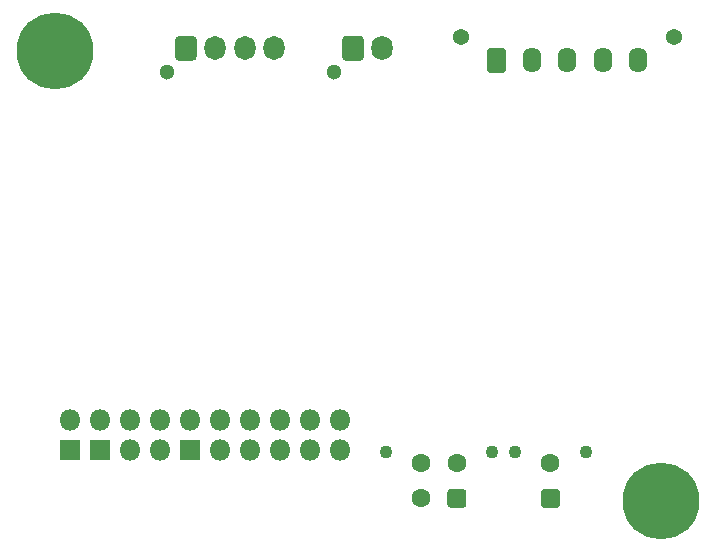
<source format=gbr>
%TF.GenerationSoftware,KiCad,Pcbnew,(5.1.6-0-10_14)*%
%TF.CreationDate,2021-11-18T21:32:24+01:00*%
%TF.ProjectId,SmartDisplay,536d6172-7444-4697-9370-6c61792e6b69,rev?*%
%TF.SameCoordinates,Original*%
%TF.FileFunction,Soldermask,Bot*%
%TF.FilePolarity,Negative*%
%FSLAX46Y46*%
G04 Gerber Fmt 4.6, Leading zero omitted, Abs format (unit mm)*
G04 Created by KiCad (PCBNEW (5.1.6-0-10_14)) date 2021-11-18 21:32:24*
%MOMM*%
%LPD*%
G01*
G04 APERTURE LIST*
%ADD10O,1.800000X1.800000*%
%ADD11R,1.800000X1.800000*%
%ADD12C,1.300000*%
%ADD13O,1.800000X2.100000*%
%ADD14O,1.800000X2.050000*%
%ADD15O,1.600000X2.120000*%
%ADD16C,1.370000*%
%ADD17C,1.600000*%
%ADD18C,1.100000*%
%ADD19C,0.900000*%
%ADD20C,6.500000*%
G04 APERTURE END LIST*
D10*
%TO.C,J5*%
X139192000Y-111760000D03*
X139192000Y-114300000D03*
X136652000Y-111760000D03*
X136652000Y-114300000D03*
X134112000Y-111760000D03*
D11*
X134112000Y-114300000D03*
%TD*%
D12*
%TO.C,J2*%
X153888000Y-82264000D03*
D13*
X157988000Y-80264000D03*
G36*
G01*
X154588000Y-81049294D02*
X154588000Y-79478706D01*
G75*
G02*
X154852706Y-79214000I264706J0D01*
G01*
X156123294Y-79214000D01*
G75*
G02*
X156388000Y-79478706I0J-264706D01*
G01*
X156388000Y-81049294D01*
G75*
G02*
X156123294Y-81314000I-264706J0D01*
G01*
X154852706Y-81314000D01*
G75*
G02*
X154588000Y-81049294I0J264706D01*
G01*
G37*
%TD*%
D12*
%TO.C,J4*%
X139744000Y-82264000D03*
D14*
X148844000Y-80264000D03*
X146344000Y-80264000D03*
X143844000Y-80264000D03*
G36*
G01*
X140444000Y-81024294D02*
X140444000Y-79503706D01*
G75*
G02*
X140708706Y-79239000I264706J0D01*
G01*
X141979294Y-79239000D01*
G75*
G02*
X142244000Y-79503706I0J-264706D01*
G01*
X142244000Y-81024294D01*
G75*
G02*
X141979294Y-81289000I-264706J0D01*
G01*
X140708706Y-81289000D01*
G75*
G02*
X140444000Y-81024294I0J264706D01*
G01*
G37*
%TD*%
D10*
%TO.C,J3*%
X131572000Y-111760000D03*
D11*
X131572000Y-114300000D03*
%TD*%
D15*
%TO.C,J6*%
X179640000Y-81280000D03*
X176640000Y-81280000D03*
X173640000Y-81280000D03*
X170640000Y-81280000D03*
G36*
G01*
X166840000Y-82073333D02*
X166840000Y-80486667D01*
G75*
G02*
X167106667Y-80220000I266667J0D01*
G01*
X168173333Y-80220000D01*
G75*
G02*
X168440000Y-80486667I0J-266667D01*
G01*
X168440000Y-82073333D01*
G75*
G02*
X168173333Y-82340000I-266667J0D01*
G01*
X167106667Y-82340000D01*
G75*
G02*
X166840000Y-82073333I0J266667D01*
G01*
G37*
D16*
X182640000Y-79320000D03*
X164640000Y-79320000D03*
%TD*%
D10*
%TO.C,J7*%
X154432000Y-111760000D03*
X154432000Y-114300000D03*
X151892000Y-111760000D03*
X151892000Y-114300000D03*
X149352000Y-111760000D03*
X149352000Y-114300000D03*
X146812000Y-111760000D03*
X146812000Y-114300000D03*
X144272000Y-111760000D03*
X144272000Y-114300000D03*
X141732000Y-111760000D03*
D11*
X141732000Y-114300000D03*
%TD*%
D17*
%TO.C,J8*%
X172212000Y-115364000D03*
G36*
G01*
X173012000Y-117830667D02*
X173012000Y-118897333D01*
G75*
G02*
X172745333Y-119164000I-266667J0D01*
G01*
X171678667Y-119164000D01*
G75*
G02*
X171412000Y-118897333I0J266667D01*
G01*
X171412000Y-117830667D01*
G75*
G02*
X171678667Y-117564000I266667J0D01*
G01*
X172745333Y-117564000D01*
G75*
G02*
X173012000Y-117830667I0J-266667D01*
G01*
G37*
D18*
X169212000Y-114424000D03*
X175212000Y-114424000D03*
%TD*%
D19*
%TO.C,H2*%
X183307056Y-116920944D03*
X181610000Y-116218000D03*
X179912944Y-116920944D03*
X179210000Y-118618000D03*
X179912944Y-120315056D03*
X181610000Y-121018000D03*
X183307056Y-120315056D03*
X184010000Y-118618000D03*
D20*
X181610000Y-118618000D03*
%TD*%
D19*
%TO.C,H1*%
X131999056Y-78820944D03*
X130302000Y-78118000D03*
X128604944Y-78820944D03*
X127902000Y-80518000D03*
X128604944Y-82215056D03*
X130302000Y-82918000D03*
X131999056Y-82215056D03*
X132702000Y-80518000D03*
D20*
X130302000Y-80518000D03*
%TD*%
D17*
%TO.C,J1*%
X161290000Y-115364000D03*
X164290000Y-115364000D03*
X161290000Y-118364000D03*
G36*
G01*
X165090000Y-117830667D02*
X165090000Y-118897333D01*
G75*
G02*
X164823333Y-119164000I-266667J0D01*
G01*
X163756667Y-119164000D01*
G75*
G02*
X163490000Y-118897333I0J266667D01*
G01*
X163490000Y-117830667D01*
G75*
G02*
X163756667Y-117564000I266667J0D01*
G01*
X164823333Y-117564000D01*
G75*
G02*
X165090000Y-117830667I0J-266667D01*
G01*
G37*
D18*
X158290000Y-114424000D03*
X167290000Y-114424000D03*
%TD*%
M02*

</source>
